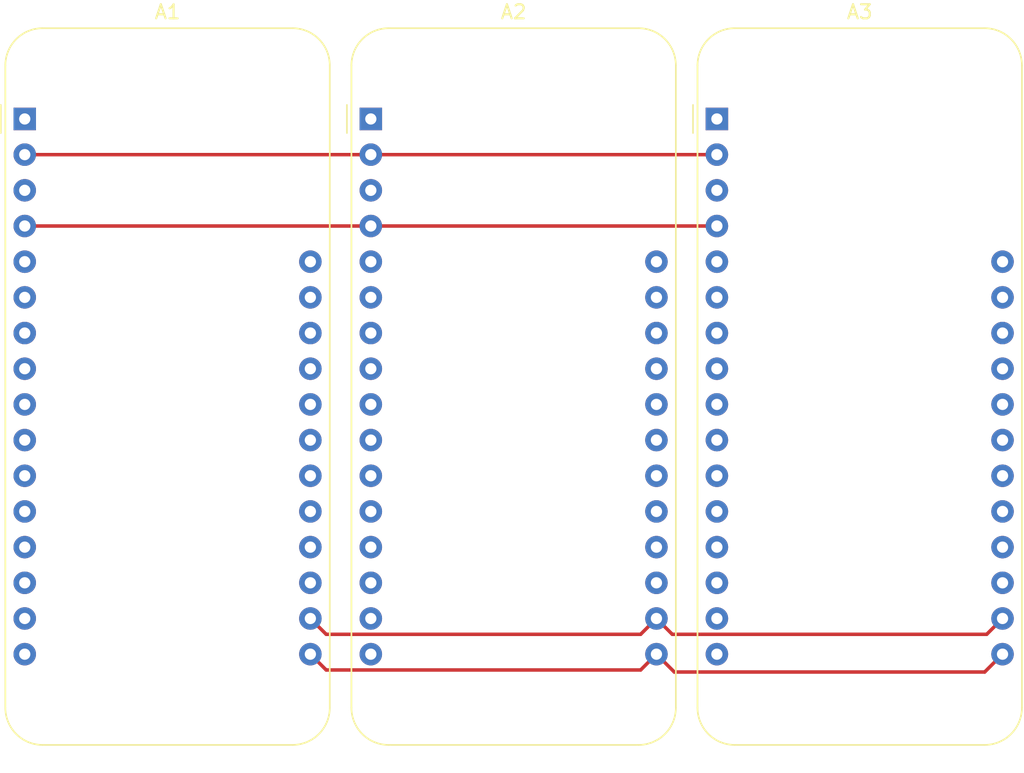
<source format=kicad_pcb>
(kicad_pcb (version 20211014) (generator pcbnew)
  (layers (0 "F.Cu" signal) (31 "B.Cu" signal) (34 "B.Paste" user) (35 "F.Paste" user) (36 "B.SilkS" user "B.Silkscreen") (37 "F.SilkS" user "F.Silkscreen") (38 "B.Mask" user) (39 "F.Mask" user) (44 "Edge.Cuts" user))
  (net 0 "")
  (net 2 "Net-(A1-Pad2)")
  (net 4 "Net-(A1-Pad4)")
  (net 17 "Net-(A1-Pad17)")
  (net 18 "Net-(A1-Pad18)")
  (footprint "Module:Adafruit_Feather" (layer "F.Cu") (at 138.14 81.28)
    (fp_text reference "A3" (at 10.16 -7.62) (layer "F.SilkS"))
    (fp_text value "Adafruit_Feather_Generic")
    (fp_line (start -1.38 -3.81) (end -1.38 41.91) (layer "F.SilkS") (width 0.12))
    (fp_line (start -1.7 1) (end -1.7 -1) (layer "F.SilkS") (width 0.12))
    (fp_line (start 19.05 44.56) (end 1.27 44.56) (layer "F.SilkS") (width 0.12))
    (fp_line (start 21.7 -3.81) (end 21.7 41.91) (layer "F.SilkS") (width 0.12))
    (fp_line (start 19.05 -6.46) (end 1.27 -6.46) (layer "F.SilkS") (width 0.12))
    (fp_arc (start -1.38 -3.81) (mid -0.603833 -5.683833) (end 1.27 -6.46) (layer "F.SilkS") (width 0.12))
    (fp_arc (start 19.05 -6.46) (mid 20.923833 -5.683833) (end 21.7 -3.81) (layer "F.SilkS") (width 0.12))
    (fp_arc (start 21.7 41.91) (mid 20.923833 43.783833) (end 19.05 44.56) (layer "F.SilkS") (width 0.12))
    (fp_arc (start 1.27 44.56) (mid -0.603833 43.783833) (end -1.38 41.91) (layer "F.SilkS") (width 0.12))
    (pad "1" thru_hole rect (at 0 0 180) (size 1.6 1.6) (drill 0.8) (layers *.Cu *.Mask))
    (pad "2" thru_hole circle (at 0 2.54 180) (size 1.6 1.6) (drill 0.8) (layers *.Cu *.Mask) (net 2 "Net-(A1-Pad2)"))
    (pad "3" thru_hole circle (at 0 5.08 180) (size 1.6 1.6) (drill 0.8) (layers *.Cu *.Mask))
    (pad "4" thru_hole circle (at 0 7.62 180) (size 1.6 1.6) (drill 0.8) (layers *.Cu *.Mask) (net 4 "Net-(A1-Pad4)"))
    (pad "5" thru_hole circle (at 0 10.16 180) (size 1.6 1.6) (drill 0.8) (layers *.Cu *.Mask))
    (pad "6" thru_hole circle (at 0 12.7 180) (size 1.6 1.6) (drill 0.8) (layers *.Cu *.Mask))
    (pad "7" thru_hole circle (at 0 15.24 180) (size 1.6 1.6) (drill 0.8) (layers *.Cu *.Mask))
    (pad "8" thru_hole circle (at 0 17.78 180) (size 1.6 1.6) (drill 0.8) (layers *.Cu *.Mask))
    (pad "9" thru_hole circle (at 0 20.32 180) (size 1.6 1.6) (drill 0.8) (layers *.Cu *.Mask))
    (pad "10" thru_hole circle (at 0 22.86 180) (size 1.6 1.6) (drill 0.8) (layers *.Cu *.Mask))
    (pad "11" thru_hole circle (at 0 25.4 180) (size 1.6 1.6) (drill 0.8) (layers *.Cu *.Mask))
    (pad "12" thru_hole circle (at 0 27.94 180) (size 1.6 1.6) (drill 0.8) (layers *.Cu *.Mask))
    (pad "13" thru_hole circle (at 0 30.48 180) (size 1.6 1.6) (drill 0.8) (layers *.Cu *.Mask))
    (pad "14" thru_hole circle (at 0 33.02 180) (size 1.6 1.6) (drill 0.8) (layers *.Cu *.Mask))
    (pad "15" thru_hole circle (at 0 35.56 180) (size 1.6 1.6) (drill 0.8) (layers *.Cu *.Mask))
    (pad "16" thru_hole circle (at 0 38.1 180) (size 1.6 1.6) (drill 0.8) (layers *.Cu *.Mask))
    (pad "17" thru_hole circle (at 20.32 38.1 180) (size 1.6 1.6) (drill 0.8) (layers *.Cu *.Mask) (net 17 "Net-(A1-Pad17)"))
    (pad "18" thru_hole circle (at 20.32 35.56 180) (size 1.6 1.6) (drill 0.8) (layers *.Cu *.Mask) (net 18 "Net-(A1-Pad18)"))
    (pad "19" thru_hole circle (at 20.32 33.02 180) (size 1.6 1.6) (drill 0.8) (layers *.Cu *.Mask))
    (pad "20" thru_hole circle (at 20.32 30.48 180) (size 1.6 1.6) (drill 0.8) (layers *.Cu *.Mask))
    (pad "21" thru_hole circle (at 20.32 27.94 180) (size 1.6 1.6) (drill 0.8) (layers *.Cu *.Mask))
    (pad "22" thru_hole circle (at 20.32 25.4 180) (size 1.6 1.6) (drill 0.8) (layers *.Cu *.Mask))
    (pad "23" thru_hole circle (at 20.32 22.86 180) (size 1.6 1.6) (drill 0.8) (layers *.Cu *.Mask))
    (pad "24" thru_hole circle (at 20.32 20.32 180) (size 1.6 1.6) (drill 0.8) (layers *.Cu *.Mask))
    (pad "25" thru_hole circle (at 20.32 17.78 180) (size 1.6 1.6) (drill 0.8) (layers *.Cu *.Mask))
    (pad "26" thru_hole circle (at 20.32 15.24 180) (size 1.6 1.6) (drill 0.8) (layers *.Cu *.Mask))
    (pad "27" thru_hole circle (at 20.32 12.7 180) (size 1.6 1.6) (drill 0.8) (layers *.Cu *.Mask))
    (pad "28" thru_hole circle (at 20.32 10.16 180) (size 1.6 1.6) (drill 0.8) (layers *.Cu *.Mask))
  )
  (footprint "Module:Adafruit_Feather" (layer "F.Cu") (at 113.52 81.28)
    (fp_text reference "A2" (at 10.16 -7.62) (layer "F.SilkS"))
    (fp_text value "Adafruit_Feather_Generic")
    (fp_line (start -1.7 1) (end -1.7 -1) (layer "F.SilkS") (width 0.12))
    (fp_line (start 19.05 44.56) (end 1.27 44.56) (layer "F.SilkS") (width 0.12))
    (fp_line (start 19.05 -6.46) (end 1.27 -6.46) (layer "F.SilkS") (width 0.12))
    (fp_line (start 21.7 -3.81) (end 21.7 41.91) (layer "F.SilkS") (width 0.12))
    (fp_line (start -1.38 -3.81) (end -1.38 41.91) (layer "F.SilkS") (width 0.12))
    (fp_arc (start 19.05 -6.46) (mid 20.923833 -5.683833) (end 21.7 -3.81) (layer "F.SilkS") (width 0.12))
    (fp_arc (start -1.38 -3.81) (mid -0.603833 -5.683833) (end 1.27 -6.46) (layer "F.SilkS") (width 0.12))
    (fp_arc (start 1.27 44.56) (mid -0.603833 43.783833) (end -1.38 41.91) (layer "F.SilkS") (width 0.12))
    (fp_arc (start 21.7 41.91) (mid 20.923833 43.783833) (end 19.05 44.56) (layer "F.SilkS") (width 0.12))
    (pad "1" thru_hole rect (at 0 0 180) (size 1.6 1.6) (drill 0.8) (layers *.Cu *.Mask))
    (pad "2" thru_hole circle (at 0 2.54 180) (size 1.6 1.6) (drill 0.8) (layers *.Cu *.Mask) (net 2 "Net-(A1-Pad2)"))
    (pad "3" thru_hole circle (at 0 5.08 180) (size 1.6 1.6) (drill 0.8) (layers *.Cu *.Mask))
    (pad "4" thru_hole circle (at 0 7.62 180) (size 1.6 1.6) (drill 0.8) (layers *.Cu *.Mask) (net 4 "Net-(A1-Pad4)"))
    (pad "5" thru_hole circle (at 0 10.16 180) (size 1.6 1.6) (drill 0.8) (layers *.Cu *.Mask))
    (pad "6" thru_hole circle (at 0 12.7 180) (size 1.6 1.6) (drill 0.8) (layers *.Cu *.Mask))
    (pad "7" thru_hole circle (at 0 15.24 180) (size 1.6 1.6) (drill 0.8) (layers *.Cu *.Mask))
    (pad "8" thru_hole circle (at 0 17.78 180) (size 1.6 1.6) (drill 0.8) (layers *.Cu *.Mask))
    (pad "9" thru_hole circle (at 0 20.32 180) (size 1.6 1.6) (drill 0.8) (layers *.Cu *.Mask))
    (pad "10" thru_hole circle (at 0 22.86 180) (size 1.6 1.6) (drill 0.8) (layers *.Cu *.Mask))
    (pad "11" thru_hole circle (at 0 25.4 180) (size 1.6 1.6) (drill 0.8) (layers *.Cu *.Mask))
    (pad "12" thru_hole circle (at 0 27.94 180) (size 1.6 1.6) (drill 0.8) (layers *.Cu *.Mask))
    (pad "13" thru_hole circle (at 0 30.48 180) (size 1.6 1.6) (drill 0.8) (layers *.Cu *.Mask))
    (pad "14" thru_hole circle (at 0 33.02 180) (size 1.6 1.6) (drill 0.8) (layers *.Cu *.Mask))
    (pad "15" thru_hole circle (at 0 35.56 180) (size 1.6 1.6) (drill 0.8) (layers *.Cu *.Mask))
    (pad "16" thru_hole circle (at 0 38.1 180) (size 1.6 1.6) (drill 0.8) (layers *.Cu *.Mask))
    (pad "17" thru_hole circle (at 20.32 38.1 180) (size 1.6 1.6) (drill 0.8) (layers *.Cu *.Mask) (net 17 "Net-(A1-Pad17)"))
    (pad "18" thru_hole circle (at 20.32 35.56 180) (size 1.6 1.6) (drill 0.8) (layers *.Cu *.Mask) (net 18 "Net-(A1-Pad18)"))
    (pad "19" thru_hole circle (at 20.32 33.02 180) (size 1.6 1.6) (drill 0.8) (layers *.Cu *.Mask))
    (pad "20" thru_hole circle (at 20.32 30.48 180) (size 1.6 1.6) (drill 0.8) (layers *.Cu *.Mask))
    (pad "21" thru_hole circle (at 20.32 27.94 180) (size 1.6 1.6) (drill 0.8) (layers *.Cu *.Mask))
    (pad "22" thru_hole circle (at 20.32 25.4 180) (size 1.6 1.6) (drill 0.8) (layers *.Cu *.Mask))
    (pad "23" thru_hole circle (at 20.32 22.86 180) (size 1.6 1.6) (drill 0.8) (layers *.Cu *.Mask))
    (pad "24" thru_hole circle (at 20.32 20.32 180) (size 1.6 1.6) (drill 0.8) (layers *.Cu *.Mask))
    (pad "25" thru_hole circle (at 20.32 17.78 180) (size 1.6 1.6) (drill 0.8) (layers *.Cu *.Mask))
    (pad "26" thru_hole circle (at 20.32 15.24 180) (size 1.6 1.6) (drill 0.8) (layers *.Cu *.Mask))
    (pad "27" thru_hole circle (at 20.32 12.7 180) (size 1.6 1.6) (drill 0.8) (layers *.Cu *.Mask))
    (pad "28" thru_hole circle (at 20.32 10.16 180) (size 1.6 1.6) (drill 0.8) (layers *.Cu *.Mask))
  )
  (footprint "Module:Adafruit_Feather" (layer "F.Cu") (at 88.9 81.28)
    (fp_text reference "A1" (at 10.16 -7.62) (layer "F.SilkS"))
    (fp_text value "Adafruit_Feather_Generic")
    (fp_line (start 19.05 44.56) (end 1.27 44.56) (layer "F.SilkS") (width 0.12))
    (fp_line (start -1.7 1) (end -1.7 -1) (layer "F.SilkS") (width 0.12))
    (fp_line (start -1.38 -3.81) (end -1.38 41.91) (layer "F.SilkS") (width 0.12))
    (fp_line (start 21.7 -3.81) (end 21.7 41.91) (layer "F.SilkS") (width 0.12))
    (fp_line (start 19.05 -6.46) (end 1.27 -6.46) (layer "F.SilkS") (width 0.12))
    (fp_arc (start 19.05 -6.46) (mid 20.923833 -5.683833) (end 21.7 -3.81) (layer "F.SilkS") (width 0.12))
    (fp_arc (start 21.7 41.91) (mid 20.923833 43.783833) (end 19.05 44.56) (layer "F.SilkS") (width 0.12))
    (fp_arc (start 1.27 44.56) (mid -0.603833 43.783833) (end -1.38 41.91) (layer "F.SilkS") (width 0.12))
    (fp_arc (start -1.38 -3.81) (mid -0.603833 -5.683833) (end 1.27 -6.46) (layer "F.SilkS") (width 0.12))
    (pad "1" thru_hole rect (at 0 0 180) (size 1.6 1.6) (drill 0.8) (layers *.Cu *.Mask))
    (pad "2" thru_hole circle (at 0 2.54 180) (size 1.6 1.6) (drill 0.8) (layers *.Cu *.Mask) (net 2 "Net-(A1-Pad2)"))
    (pad "3" thru_hole circle (at 0 5.08 180) (size 1.6 1.6) (drill 0.8) (layers *.Cu *.Mask))
    (pad "4" thru_hole circle (at 0 7.62 180) (size 1.6 1.6) (drill 0.8) (layers *.Cu *.Mask) (net 4 "Net-(A1-Pad4)"))
    (pad "5" thru_hole circle (at 0 10.16 180) (size 1.6 1.6) (drill 0.8) (layers *.Cu *.Mask))
    (pad "6" thru_hole circle (at 0 12.7 180) (size 1.6 1.6) (drill 0.8) (layers *.Cu *.Mask))
    (pad "7" thru_hole circle (at 0 15.24 180) (size 1.6 1.6) (drill 0.8) (layers *.Cu *.Mask))
    (pad "8" thru_hole circle (at 0 17.78 180) (size 1.6 1.6) (drill 0.8) (layers *.Cu *.Mask))
    (pad "9" thru_hole circle (at 0 20.32 180) (size 1.6 1.6) (drill 0.8) (layers *.Cu *.Mask))
    (pad "10" thru_hole circle (at 0 22.86 180) (size 1.6 1.6) (drill 0.8) (layers *.Cu *.Mask))
    (pad "11" thru_hole circle (at 0 25.4 180) (size 1.6 1.6) (drill 0.8) (layers *.Cu *.Mask))
    (pad "12" thru_hole circle (at 0 27.94 180) (size 1.6 1.6) (drill 0.8) (layers *.Cu *.Mask))
    (pad "13" thru_hole circle (at 0 30.48 180) (size 1.6 1.6) (drill 0.8) (layers *.Cu *.Mask))
    (pad "14" thru_hole circle (at 0 33.02 180) (size 1.6 1.6) (drill 0.8) (layers *.Cu *.Mask))
    (pad "15" thru_hole circle (at 0 35.56 180) (size 1.6 1.6) (drill 0.8) (layers *.Cu *.Mask))
    (pad "16" thru_hole circle (at 0 38.1 180) (size 1.6 1.6) (drill 0.8) (layers *.Cu *.Mask))
    (pad "17" thru_hole circle (at 20.32 38.1 180) (size 1.6 1.6) (drill 0.8) (layers *.Cu *.Mask) (net 17 "Net-(A1-Pad17)"))
    (pad "18" thru_hole circle (at 20.32 35.56 180) (size 1.6 1.6) (drill 0.8) (layers *.Cu *.Mask) (net 18 "Net-(A1-Pad18)"))
    (pad "19" thru_hole circle (at 20.32 33.02 180) (size 1.6 1.6) (drill 0.8) (layers *.Cu *.Mask))
    (pad "20" thru_hole circle (at 20.32 30.48 180) (size 1.6 1.6) (drill 0.8) (layers *.Cu *.Mask))
    (pad "21" thru_hole circle (at 20.32 27.94 180) (size 1.6 1.6) (drill 0.8) (layers *.Cu *.Mask))
    (pad "22" thru_hole circle (at 20.32 25.4 180) (size 1.6 1.6) (drill 0.8) (layers *.Cu *.Mask))
    (pad "23" thru_hole circle (at 20.32 22.86 180) (size 1.6 1.6) (drill 0.8) (layers *.Cu *.Mask))
    (pad "24" thru_hole circle (at 20.32 20.32 180) (size 1.6 1.6) (drill 0.8) (layers *.Cu *.Mask))
    (pad "25" thru_hole circle (at 20.32 17.78 180) (size 1.6 1.6) (drill 0.8) (layers *.Cu *.Mask))
    (pad "26" thru_hole circle (at 20.32 15.24 180) (size 1.6 1.6) (drill 0.8) (layers *.Cu *.Mask))
    (pad "27" thru_hole circle (at 20.32 12.7 180) (size 1.6 1.6) (drill 0.8) (layers *.Cu *.Mask))
    (pad "28" thru_hole circle (at 20.32 10.16 180) (size 1.6 1.6) (drill 0.8) (layers *.Cu *.Mask))
  )
  (segment (start 113.52 83.82) (end 138.14 83.82) (width 0.25) (layer "F.Cu") (net 2))
  (segment (start 88.9 83.82) (end 113.52 83.82) (width 0.25) (layer "F.Cu") (net 2))
  (segment (start 88.9 88.9) (end 113.52 88.9) (width 0.25) (layer "F.Cu") (net 4))
  (segment (start 113.52 88.9) (end 138.14 88.9) (width 0.25) (layer "F.Cu") (net 4))
  (segment (start 110.345 120.505) (end 132.715 120.505) (width 0.25) (layer "F.Cu") (net 17))
  (segment (start 133.84 119.38) (end 135.11 120.65) (width 0.25) (layer "F.Cu") (net 17))
  (segment (start 109.22 119.38) (end 110.345 120.505) (width 0.25) (layer "F.Cu") (net 17))
  (segment (start 132.715 120.505) (end 133.84 119.38) (width 0.25) (layer "F.Cu") (net 17))
  (segment (start 135.11 120.65) (end 157.19 120.65) (width 0.25) (layer "F.Cu") (net 17))
  (segment (start 157.19 120.65) (end 158.46 119.38) (width 0.25) (layer "F.Cu") (net 17))
  (segment (start 109.22 116.84) (end 110.345 117.965) (width 0.25) (layer "F.Cu") (net 18))
  (segment (start 133.84 116.84) (end 134.965 117.965) (width 0.25) (layer "F.Cu") (net 18))
  (segment (start 134.965 117.965) (end 157.335 117.965) (width 0.25) (layer "F.Cu") (net 18))
  (segment (start 110.345 117.965) (end 132.715 117.965) (width 0.25) (layer "F.Cu") (net 18))
  (segment (start 157.335 117.965) (end 158.46 116.84) (width 0.25) (layer "F.Cu") (net 18))
  (segment (start 132.715 117.965) (end 133.84 116.84) (width 0.25) (layer "F.Cu") (net 18))
)
</source>
